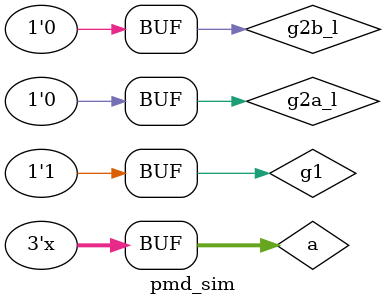
<source format=v>
`timescale 1ns / 1ps

module pmd_sim( );
reg g1;
reg g2a_l;
reg g2b_l;
reg[2:0] a;
wire[7:0] y;
p1381 v74x138(g1,g2a_l,g2b_l,a,y);
initial begin
a=0;
g1 = 1;
g2a_l = 0;
g2b_l = 0; 
end
always #100 a = a+ 1;
endmodule
</source>
